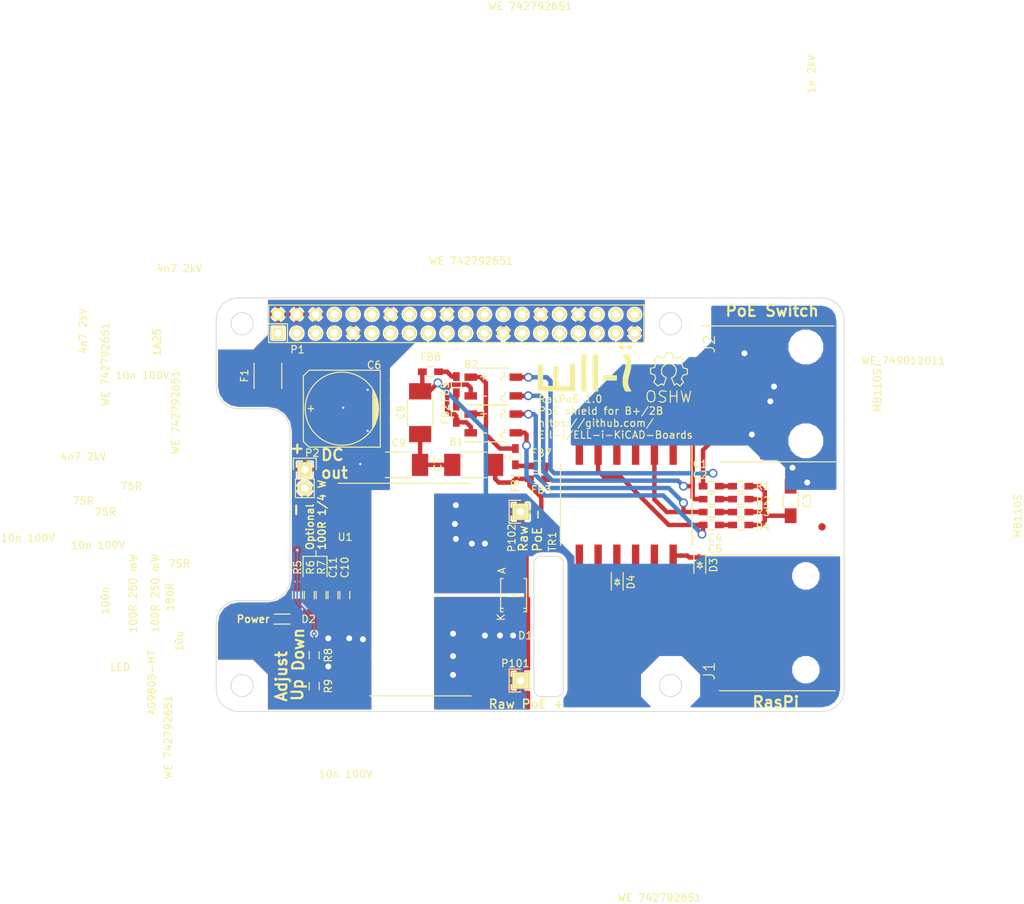
<source format=kicad_pcb>
(kicad_pcb (version 4) (host pcbnew "(2015-07-10 BZR 5924)-product")
  (title_block (title RasPoE) (date 2015-11-11) (rev 14bec14) (company "ELL-i Open Source Co-operative") (comment 1 support@ell-i.org))
  (layers (0 F.Cu signal) (31 B.Cu signal) (34 B.Paste user) (35 F.Paste user) (36 B.SilkS user) (37 F.SilkS user) (38 B.Mask user) (39 F.Mask user) (44 Edge.Cuts user))
  (net 0 "")
  (net 1 GNDD)
  (net 2 /POE_A-)
  (net 3 /VIN)
  (net 4 /POE_A+)
  (net 5 /POE_B-)
  (net 6 "Net-(C1-Pad2)")
  (net 7 /POE_B+)
  (net 8 "Net-(C2-Pad2)")
  (net 9 "Net-(C3-Pad1)")
  (net 10 GNDA)
  (net 11 "Net-(C4-Pad2)")
  (net 12 "Net-(C5-Pad2)")
  (net 13 +5V)
  (net 14 GND)
  (net 15 "Net-(J1-Pad4)")
  (net 16 "Net-(J1-Pad5)")
  (net 17 "Net-(J1-Pad7)")
  (net 18 "Net-(J1-Pad8)")
  (net 19 "Net-(P1-Pad3)")
  (net 20 "Net-(P1-Pad5)")
  (net 21 "Net-(P1-Pad7)")
  (net 22 "Net-(P1-Pad8)")
  (net 23 "Net-(P1-Pad10)")
  (net 24 "Net-(P1-Pad11)")
  (net 25 "Net-(P1-Pad12)")
  (net 26 "Net-(P1-Pad13)")
  (net 27 "Net-(P1-Pad15)")
  (net 28 "Net-(P1-Pad16)")
  (net 29 "Net-(P1-Pad18)")
  (net 30 "Net-(P1-Pad19)")
  (net 31 "Net-(P1-Pad21)")
  (net 32 "Net-(P1-Pad22)")
  (net 33 "Net-(P1-Pad23)")
  (net 34 "Net-(P1-Pad24)")
  (net 35 "Net-(P1-Pad26)")
  (net 36 "Net-(P1-Pad27)")
  (net 37 "Net-(P1-Pad28)")
  (net 38 "Net-(P1-Pad29)")
  (net 39 "Net-(P1-Pad31)")
  (net 40 "Net-(P1-Pad32)")
  (net 41 "Net-(P1-Pad33)")
  (net 42 "Net-(P1-Pad35)")
  (net 43 "Net-(P1-Pad36)")
  (net 44 "Net-(P1-Pad37)")
  (net 45 "Net-(P1-Pad38)")
  (net 46 "Net-(P1-Pad40)")
  (net 47 "Net-(C7-Pad2)")
  (net 48 "Net-(FB1-Pad2)")
  (net 49 "Net-(FB2-Pad2)")
  (net 50 "Net-(FB3-Pad2)")
  (net 51 "Net-(FB5-Pad2)")
  (net 52 "Net-(TR1-Pad11)")
  (net 53 /TD+)
  (net 54 /TD-)
  (net 55 /RD+)
  (net 56 /RD-)
  (net 57 "Net-(J1-Pad9)")
  (net 58 /TX+)
  (net 59 /TX-)
  (net 60 /RX+)
  (net 61 /RX-)
  (net 62 /AG_OUT_+)
  (net 63 /AG_IN_+)
  (net 64 /AG_IN_-)
  (net 65 "Net-(P1-Pad1)")
  (net 66 "Net-(P1-Pad17)")
  (net 67 "Net-(FID1-Pad1)")
  (net 68 "Net-(FID2-Pad1)")
  (net 69 "Net-(FID3-Pad1)")
  (net 70 /ADJ)
  (net 71 "Net-(D2-Pad2)")
  (module Capacitors_SMD:c_elec_10x10 (layer F.Cu) (at 52 47 180)
    (fp_text reference C6 (at -4.38 5.906 180) (layer F.SilkS))
    (fp_text value 470u hide)
    (pad 1 smd rect (at 4.0005 0 180) (size 5.0005 2.4003) (layers F.Cu F.Paste F.Mask) (net 62 /AG_OUT_+))
    (pad 2 smd rect (at -4.0005 0 180) (size 5.0005 2.4003) (layers F.Cu F.Paste F.Mask) (net 14 GND))
  )
  (module Pin_Headers:Pin_Header_Straight_2x20 (layer F.Cu) (at 67.5 35.5)
    (fp_text reference P1 (at -21.5 3.5) (layer F.SilkS))
    (fp_text value CONN_02X20 hide)
    (pad 1 thru_hole rect (at -24.13 1.27) (size 1.7272 1.7272) (drill 1.016) (layers *.Cu *.Mask F.SilkS) (net 65 "Net-(P1-Pad1)"))
    (pad 2 thru_hole oval (at -24.13 -1.27) (size 1.7272 1.7272) (drill 1.016) (layers *.Cu *.Mask F.SilkS) (net 13 +5V))
    (pad 3 thru_hole oval (at -21.59 1.27) (size 1.7272 1.7272) (drill 1.016) (layers *.Cu *.Mask F.SilkS) (net 19 "Net-(P1-Pad3)"))
    (pad 4 thru_hole oval (at -21.59 -1.27) (size 1.7272 1.7272) (drill 1.016) (layers *.Cu *.Mask F.SilkS) (net 13 +5V))
    (pad 5 thru_hole oval (at -19.05 1.27) (size 1.7272 1.7272) (drill 1.016) (layers *.Cu *.Mask F.SilkS) (net 20 "Net-(P1-Pad5)"))
    (pad 6 thru_hole oval (at -19.05 -1.27) (size 1.7272 1.7272) (drill 1.016) (layers *.Cu *.Mask F.SilkS) (net 14 GND))
    (pad 7 thru_hole oval (at -16.51 1.27) (size 1.7272 1.7272) (drill 1.016) (layers *.Cu *.Mask F.SilkS) (net 21 "Net-(P1-Pad7)"))
    (pad 8 thru_hole oval (at -16.51 -1.27) (size 1.7272 1.7272) (drill 1.016) (layers *.Cu *.Mask F.SilkS) (net 22 "Net-(P1-Pad8)"))
    (pad 9 thru_hole oval (at -13.97 1.27) (size 1.7272 1.7272) (drill 1.016) (layers *.Cu *.Mask F.SilkS) (net 14 GND))
    (pad 10 thru_hole oval (at -13.97 -1.27) (size 1.7272 1.7272) (drill 1.016) (layers *.Cu *.Mask F.SilkS) (net 23 "Net-(P1-Pad10)"))
    (pad 11 thru_hole oval (at -11.43 1.27) (size 1.7272 1.7272) (drill 1.016) (layers *.Cu *.Mask F.SilkS) (net 24 "Net-(P1-Pad11)"))
    (pad 12 thru_hole oval (at -11.43 -1.27) (size 1.7272 1.7272) (drill 1.016) (layers *.Cu *.Mask F.SilkS) (net 25 "Net-(P1-Pad12)"))
    (pad 13 thru_hole oval (at -8.89 1.27) (size 1.7272 1.7272) (drill 1.016) (layers *.Cu *.Mask F.SilkS) (net 26 "Net-(P1-Pad13)"))
    (pad 14 thru_hole oval (at -8.89 -1.27) (size 1.7272 1.7272) (drill 1.016) (layers *.Cu *.Mask F.SilkS) (net 14 GND))
    (pad 15 thru_hole oval (at -6.35 1.27) (size 1.7272 1.7272) (drill 1.016) (layers *.Cu *.Mask F.SilkS) (net 27 "Net-(P1-Pad15)"))
    (pad 16 thru_hole oval (at -6.35 -1.27) (size 1.7272 1.7272) (drill 1.016) (layers *.Cu *.Mask F.SilkS) (net 28 "Net-(P1-Pad16)"))
    (pad 17 thru_hole oval (at -3.81 1.27) (size 1.7272 1.7272) (drill 1.016) (layers *.Cu *.Mask F.SilkS) (net 66 "Net-(P1-Pad17)"))
    (pad 18 thru_hole oval (at -3.81 -1.27) (size 1.7272 1.7272) (drill 1.016) (layers *.Cu *.Mask F.SilkS) (net 29 "Net-(P1-Pad18)"))
    (pad 19 thru_hole oval (at -1.27 1.27) (size 1.7272 1.7272) (drill 1.016) (layers *.Cu *.Mask F.SilkS) (net 30 "Net-(P1-Pad19)"))
    (pad 20 thru_hole oval (at -1.27 -1.27) (size 1.7272 1.7272) (drill 1.016) (layers *.Cu *.Mask F.SilkS) (net 14 GND))
    (pad 21 thru_hole oval (at 1.27 1.27) (size 1.7272 1.7272) (drill 1.016) (layers *.Cu *.Mask F.SilkS) (net 31 "Net-(P1-Pad21)"))
    (pad 22 thru_hole oval (at 1.27 -1.27) (size 1.7272 1.7272) (drill 1.016) (layers *.Cu *.Mask F.SilkS) (net 32 "Net-(P1-Pad22)"))
    (pad 23 thru_hole oval (at 3.81 1.27) (size 1.7272 1.7272) (drill 1.016) (layers *.Cu *.Mask F.SilkS) (net 33 "Net-(P1-Pad23)"))
    (pad 24 thru_hole oval (at 3.81 -1.27) (size 1.7272 1.7272) (drill 1.016) (layers *.Cu *.Mask F.SilkS) (net 34 "Net-(P1-Pad24)"))
    (pad 25 thru_hole oval (at 6.35 1.27) (size 1.7272 1.7272) (drill 1.016) (layers *.Cu *.Mask F.SilkS) (net 14 GND))
    (pad 26 thru_hole oval (at 6.35 -1.27) (size 1.7272 1.7272) (drill 1.016) (layers *.Cu *.Mask F.SilkS) (net 35 "Net-(P1-Pad26)"))
    (pad 27 thru_hole oval (at 8.89 1.27) (size 1.7272 1.7272) (drill 1.016) (layers *.Cu *.Mask F.SilkS) (net 36 "Net-(P1-Pad27)"))
    (pad 28 thru_hole oval (at 8.89 -1.27) (size 1.7272 1.7272) (drill 1.016) (layers *.Cu *.Mask F.SilkS) (net 37 "Net-(P1-Pad28)"))
    (pad 29 thru_hole oval (at 11.43 1.27) (size 1.7272 1.7272) (drill 1.016) (layers *.Cu *.Mask F.SilkS) (net 38 "Net-(P1-Pad29)"))
    (pad 30 thru_hole oval (at 11.43 -1.27) (size 1.7272 1.7272) (drill 1.016) (layers *.Cu *.Mask F.SilkS) (net 14 GND))
    (pad 31 thru_hole oval (at 13.97 1.27) (size 1.7272 1.7272) (drill 1.016) (layers *.Cu *.Mask F.SilkS) (net 39 "Net-(P1-Pad31)"))
    (pad 32 thru_hole oval (at 13.97 -1.27) (size 1.7272 1.7272) (drill 1.016) (layers *.Cu *.Mask F.SilkS) (net 40 "Net-(P1-Pad32)"))
    (pad 33 thru_hole oval (at 16.51 1.27) (size 1.7272 1.7272) (drill 1.016) (layers *.Cu *.Mask F.SilkS) (net 41 "Net-(P1-Pad33)"))
    (pad 34 thru_hole oval (at 16.51 -1.27) (size 1.7272 1.7272) (drill 1.016) (layers *.Cu *.Mask F.SilkS) (net 14 GND))
    (pad 35 thru_hole oval (at 19.05 1.27) (size 1.7272 1.7272) (drill 1.016) (layers *.Cu *.Mask F.SilkS) (net 42 "Net-(P1-Pad35)"))
    (pad 36 thru_hole oval (at 19.05 -1.27) (size 1.7272 1.7272) (drill 1.016) (layers *.Cu *.Mask F.SilkS) (net 43 "Net-(P1-Pad36)"))
    (pad 37 thru_hole oval (at 21.59 1.27) (size 1.7272 1.7272) (drill 1.016) (layers *.Cu *.Mask F.SilkS) (net 44 "Net-(P1-Pad37)"))
    (pad 38 thru_hole oval (at 21.59 -1.27) (size 1.7272 1.7272) (drill 1.016) (layers *.Cu *.Mask F.SilkS) (net 45 "Net-(P1-Pad38)"))
    (pad 39 thru_hole oval (at 24.13 1.27) (size 1.7272 1.7272) (drill 1.016) (layers *.Cu *.Mask F.SilkS) (net 14 GND))
    (pad 40 thru_hole oval (at 24.13 -1.27) (size 1.7272 1.7272) (drill 1.016) (layers *.Cu *.Mask F.SilkS) (net 46 "Net-(P1-Pad40)"))
  )
  (module Resistors_SMD:R_0603_HandSoldering (layer F.Cu) (at 106 57.5)
    (fp_text reference R1 (at 3 0) (layer F.SilkS))
    (fp_text value 75R (at -86 3.5) (layer F.SilkS))
    (pad 1 smd rect (at -1.1 0) (size 1.2 0.9) (layers F.Cu F.Paste F.Mask) (net 6 "Net-(C1-Pad2)"))
    (pad 2 smd rect (at 1.1 0) (size 1.2 0.9) (layers F.Cu F.Paste F.Mask) (net 9 "Net-(C3-Pad1)"))
  )
  (module Resistors_SMD:R_0603_HandSoldering (layer F.Cu) (at 106 59.25)
    (fp_text reference R2 (at 3 0.25) (layer F.SilkS))
    (fp_text value 75R (at -76 8.75) (layer F.SilkS))
    (pad 1 smd rect (at -1.1 0) (size 1.2 0.9) (layers F.Cu F.Paste F.Mask) (net 8 "Net-(C2-Pad2)"))
    (pad 2 smd rect (at 1.1 0) (size 1.2 0.9) (layers F.Cu F.Paste F.Mask) (net 9 "Net-(C3-Pad1)"))
  )
  (module Resistors_SMD:R_0603_HandSoldering (layer F.Cu) (at 106 61)
    (fp_text reference R3 (at 3 0) (layer F.SilkS))
    (fp_text value 75R (at -82.5 -3.5) (layer F.SilkS))
    (pad 1 smd rect (at -1.1 0) (size 1.2 0.9) (layers F.Cu F.Paste F.Mask) (net 11 "Net-(C4-Pad2)"))
    (pad 2 smd rect (at 1.1 0) (size 1.2 0.9) (layers F.Cu F.Paste F.Mask) (net 9 "Net-(C3-Pad1)"))
  )
  (module Resistors_SMD:R_0603_HandSoldering (layer F.Cu) (at 106 62.75)
    (fp_text reference R4 (at 3 0.25) (layer F.SilkS))
    (fp_text value 75R (at -89 -3.25) (layer F.SilkS))
    (pad 1 smd rect (at -1.1 0) (size 1.2 0.9) (layers F.Cu F.Paste F.Mask) (net 12 "Net-(C5-Pad2)"))
    (pad 2 smd rect (at 1.1 0) (size 1.2 0.9) (layers F.Cu F.Paste F.Mask) (net 9 "Net-(C3-Pad1)"))
  )
  (module Capacitors_SMD:C_1812_HandSoldering (layer F.Cu) (at 69.85 54.61 180)
    (fp_text reference C7 (at 4.85 0.11 270) (layer F.SilkS))
    (fp_text value "4n7 2kV" (at 39.85 26.61 180) (layer F.SilkS))
    (pad 1 smd rect (at -2.9 0 180) (size 2.2 3) (layers F.Cu F.Paste F.Mask) (net 63 /AG_IN_+))
    (pad 2 smd rect (at 2.9 0 180) (size 2.2 3) (layers F.Cu F.Paste F.Mask) (net 47 "Net-(C7-Pad2)"))
  )
  (module Capacitors_SMD:C_1812_HandSoldering (layer F.Cu) (at 62.6 47.55 270)
    (fp_text reference C8 (at -0.05 2.6 270) (layer F.SilkS))
    (fp_text value "4n7 2kV" (at -11.05 45.6 270) (layer F.SilkS))
    (pad 1 smd rect (at -2.9 0 270) (size 2.2 3) (layers F.Cu F.Paste F.Mask) (net 64 /AG_IN_-))
    (pad 2 smd rect (at 2.9 0 270) (size 2.2 3) (layers F.Cu F.Paste F.Mask) (net 47 "Net-(C7-Pad2)"))
  )
  (module Capacitors_SMD:C_1812_HandSoldering (layer F.Cu) (at 59.69 54.61)
    (fp_text reference C9 (at 0 -3) (layer F.SilkS))
    (fp_text value "4n7 2kV" (at -42.69 -1.11) (layer F.SilkS))
    (pad 1 smd rect (at -2.9 0) (size 2.2 3) (layers F.Cu F.Paste F.Mask) (net 14 GND))
    (pad 2 smd rect (at 2.9 0) (size 2.2 3) (layers F.Cu F.Paste F.Mask) (net 47 "Net-(C7-Pad2)"))
  )
  (module Diodes_SMD:Diode-SMA_Handsoldering (layer F.Cu) (at 75.25 72.25 270)
    (fp_text reference D1 (at 5.474 -1.585 360) (layer F.SilkS))
    (fp_text value SMA58 hide)
    (fp_text user A (at -3.29946 1.6002 270) (layer F.SilkS))
    (fp_text user K (at 2.99974 1.69926 270) (layer F.SilkS))
    (pad 2 smd rect (at -2.49936 0 270) (size 3.50012 1.80086) (layers F.Cu F.Paste F.Mask) (net 64 /AG_IN_-))
    (pad 1 smd rect (at 2.49936 0 270) (size 3.50012 1.80086) (layers F.Cu F.Paste F.Mask) (net 63 /AG_IN_+))
  )
  (module Resistors_SMD:R_0603_HandSoldering (layer F.Cu) (at 44.5 75.5 180)
    (fp_text reference D2 (at -3 0 180) (layer F.SilkS))
    (fp_text value LED (at 22.5 -6.5 180) (layer F.SilkS))
    (pad 2 smd rect (at -1.1 0 180) (size 1.2 0.9) (layers F.Cu F.Paste F.Mask) (net 71 "Net-(D2-Pad2)"))
    (pad 1 smd rect (at 1.1 0 180) (size 1.2 0.9) (layers F.Cu F.Paste F.Mask) (net 14 GND))
  )
  (module Resistors_SMD:R_0603_HandSoldering (layer F.Cu) (at 75.5 53.5 270)
    (fp_text reference FB1 (at 3.5 0 270) (layer F.SilkS))
    (fp_text value "WE 742792651" (at 38 47 270) (layer F.SilkS))
    (pad 1 smd rect (at -1.1 0 270) (size 1.2 0.9) (layers F.Cu F.Paste F.Mask) (net 3 /VIN))
    (pad 2 smd rect (at 1.1 0 270) (size 1.2 0.9) (layers F.Cu F.Paste F.Mask) (net 48 "Net-(FB1-Pad2)"))
  )
  (module Resistors_SMD:R_0603_HandSoldering (layer F.Cu) (at 67.5 47.75 90)
    (fp_text reference FB2 (at 0 -1.5 90) (layer F.SilkS))
    (fp_text value "WE 742792651" (at 0.25 -38 90) (layer F.SilkS))
    (pad 1 smd rect (at -1.1 0 90) (size 1.2 0.9) (layers F.Cu F.Paste F.Mask) (net 1 GNDD))
    (pad 2 smd rect (at 1.1 0 90) (size 1.2 0.9) (layers F.Cu F.Paste F.Mask) (net 49 "Net-(FB2-Pad2)"))
  )
  (module Resistors_SMD:R_0603_HandSoldering (layer F.Cu) (at 78.5 54.75)
    (fp_text reference FB3 (at 0.5 3.25) (layer F.SilkS))
    (fp_text value "WE 742792651" (at 16.5 58.5) (layer F.SilkS))
    (pad 1 smd rect (at -1.1 0) (size 1.2 0.9) (layers F.Cu F.Paste F.Mask) (net 48 "Net-(FB1-Pad2)"))
    (pad 2 smd rect (at 1.1 0) (size 1.2 0.9) (layers F.Cu F.Paste F.Mask) (net 50 "Net-(FB3-Pad2)"))
  )
  (module Resistors_SMD:R_0603_HandSoldering (layer F.Cu) (at 67.5 43.75 90)
    (fp_text reference FB5 (at -1 -1.5 90) (layer F.SilkS))
    (fp_text value "WE 742792651" (at 2.75 -47.5 90) (layer F.SilkS))
    (pad 1 smd rect (at -1.1 0 90) (size 1.2 0.9) (layers F.Cu F.Paste F.Mask) (net 49 "Net-(FB2-Pad2)"))
    (pad 2 smd rect (at 1.1 0 90) (size 1.2 0.9) (layers F.Cu F.Paste F.Mask) (net 51 "Net-(FB5-Pad2)"))
  )
  (module Resistors_SMD:R_0603_HandSoldering (layer F.Cu) (at 78.5 56.5 180)
    (fp_text reference FB7 (at -0.5 3.5 180) (layer F.SilkS))
    (fp_text value "WE 742792651" (at 1 64 180) (layer F.SilkS))
    (pad 1 smd rect (at -1.1 0 180) (size 1.2 0.9) (layers F.Cu F.Paste F.Mask) (net 50 "Net-(FB3-Pad2)"))
    (pad 2 smd rect (at 1.1 0 180) (size 1.2 0.9) (layers F.Cu F.Paste F.Mask) (net 63 /AG_IN_+))
  )
  (module Resistors_SMD:R_0603_HandSoldering (layer F.Cu) (at 64 42 180)
    (fp_text reference FB8 (at 0 2 180) (layer F.SilkS))
    (fp_text value "WE 742792651" (at -5.5 15 180) (layer F.SilkS))
    (pad 1 smd rect (at -1.1 0 180) (size 1.2 0.9) (layers F.Cu F.Paste F.Mask) (net 51 "Net-(FB5-Pad2)"))
    (pad 2 smd rect (at 1.1 0 180) (size 1.2 0.9) (layers F.Cu F.Paste F.Mask) (net 64 /AG_IN_-))
  )
  (module Resistors_SMD:R_0603_HandSoldering (layer F.Cu) (at 46 72.25 270)
    (fp_text reference R5 (at -3.75 0 270) (layer F.SilkS))
    (fp_text value 180R (at 0.25 17.25 270) (layer F.SilkS))
    (pad 1 smd rect (at -1.1 0 270) (size 1.2 0.9) (layers F.Cu F.Paste F.Mask) (net 62 /AG_OUT_+))
    (pad 2 smd rect (at 1.1 0 270) (size 1.2 0.9) (layers F.Cu F.Paste F.Mask) (net 71 "Net-(D2-Pad2)"))
  )
  (module Resistors_SMD:R_0603_HandSoldering (layer F.Cu) (at 47.6 72.25 270)
    (fp_text reference R6 (at -3.75 -0.15 270) (layer F.SilkS))
    (fp_text value "100R 250 mW" (at -0.25 20.85 270) (layer F.SilkS))
    (pad 1 smd rect (at -1.1 0 270) (size 1.2 0.9) (layers F.Cu F.Paste F.Mask) (net 62 /AG_OUT_+))
    (pad 2 smd rect (at 1.1 0 270) (size 1.2 0.9) (layers F.Cu F.Paste F.Mask) (net 14 GND))
  )
  (module Resistors_SMD:R_0603_HandSoldering (layer F.Cu) (at 49.2 72.25 270)
    (fp_text reference R7 (at -3.75 -0.05 270) (layer F.SilkS))
    (fp_text value "100R 250 mW" (at -0.25 25.45 270) (layer F.SilkS))
    (pad 1 smd rect (at -1.1 0 270) (size 1.2 0.9) (layers F.Cu F.Paste F.Mask) (net 62 /AG_OUT_+))
    (pad 2 smd rect (at 1.1 0 270) (size 1.2 0.9) (layers F.Cu F.Paste F.Mask) (net 14 GND))
  )
  (module project_specific:WE_749012011 (layer F.Cu) (at 90.5 60 270)
    (fp_text reference TR1 (at 5 10 270) (layer F.SilkS))
    (fp_text value WE_749012011 (at -19.5 -37.5 360) (layer F.SilkS))
    (pad 1 smd rect (at -6.9 -6.35 270) (size 3 1) (layers F.Cu F.Paste F.Mask) (net 61 /RX-))
    (pad 2 smd rect (at -6.9 -3.81 270) (size 3 1) (layers F.Cu F.Paste F.Mask) (net 4 /POE_A+))
    (pad 3 smd rect (at -6.9 -1.27 270) (size 3 1) (layers F.Cu F.Paste F.Mask) (net 60 /RX+))
    (pad 4 smd rect (at -6.9 1.27 270) (size 3 1) (layers F.Cu F.Paste F.Mask) (net 59 /TX-))
    (pad 5 smd rect (at -6.9 3.81 270) (size 3 1) (layers F.Cu F.Paste F.Mask) (net 2 /POE_A-))
    (pad 6 smd rect (at -6.9 6.35 270) (size 3 1) (layers F.Cu F.Paste F.Mask) (net 58 /TX+))
    (pad 7 smd rect (at 6.9 6.35 270) (size 3 1) (layers F.Cu F.Paste F.Mask) (net 53 /TD+))
    (pad 8 smd rect (at 6.9 3.81 270) (size 3 1) (layers F.Cu F.Paste F.Mask))
    (pad 9 smd rect (at 6.9 1.27 270) (size 3 1) (layers F.Cu F.Paste F.Mask) (net 54 /TD-))
    (pad 10 smd rect (at 6.9 -1.27 270) (size 3 1) (layers F.Cu F.Paste F.Mask) (net 55 /RD+))
    (pad 11 smd rect (at 6.9 -3.81 270) (size 3 1) (layers F.Cu F.Paste F.Mask) (net 52 "Net-(TR1-Pad11)"))
    (pad 12 smd rect (at 6.9 -6.35 270) (size 3 1) (layers F.Cu F.Paste F.Mask) (net 56 /RD-))
  )
  (module project_specific:TO-269AA (layer F.Cu) (at 72.5 49 270)
    (fp_text reference B1 (at 2.5 5 360) (layer F.SilkS))
    (fp_text value MB110S (at 12.5 -71 270) (layer F.SilkS))
    (pad 1 smd rect (at 1.27 3.05 270) (size 1 1.7) (layers F.Cu F.Paste F.Mask) (net 1 GNDD))
    (pad 4 smd rect (at -1.27 -3.05 270) (size 1 1.7) (layers F.Cu F.Paste F.Mask) (net 4 /POE_A+))
    (pad 2 smd rect (at 1.27 -3.05 270) (size 1 1.7) (layers F.Cu F.Paste F.Mask) (net 2 /POE_A-))
    (pad 3 smd rect (at -1.27 3.05 270) (size 1 1.7) (layers F.Cu F.Paste F.Mask) (net 3 /VIN))
  )
  (module project_specific:TO-269AA (layer F.Cu) (at 72.5 44 270)
    (fp_text reference B2 (at -3 3 360) (layer F.SilkS))
    (fp_text value MB110S (at 0.5 -52 270) (layer F.SilkS))
    (pad 1 smd rect (at 1.27 3.05 270) (size 1 1.7) (layers F.Cu F.Paste F.Mask) (net 1 GNDD))
    (pad 4 smd rect (at -1.27 -3.05 270) (size 1 1.7) (layers F.Cu F.Paste F.Mask) (net 5 /POE_B-))
    (pad 2 smd rect (at 1.27 -3.05 270) (size 1 1.7) (layers F.Cu F.Paste F.Mask) (net 7 /POE_B+))
    (pad 3 smd rect (at -1.27 3.05 270) (size 1 1.7) (layers F.Cu F.Paste F.Mask) (net 3 /VIN))
  )
  (module Resistors_SMD:R_0603_HandSoldering (layer F.Cu) (at 102 57.5)
    (fp_text reference C1 (at -1.5 -3) (layer F.SilkS))
    (fp_text value "10n 100V" (at -77 -15) (layer F.SilkS))
    (pad 1 smd rect (at -1.1 0) (size 1.2 0.9) (layers F.Cu F.Paste F.Mask) (net 5 /POE_B-))
    (pad 2 smd rect (at 1.1 0) (size 1.2 0.9) (layers F.Cu F.Paste F.Mask) (net 6 "Net-(C1-Pad2)"))
  )
  (module Resistors_SMD:R_0603_HandSoldering (layer F.Cu) (at 102 59.25)
    (fp_text reference C2 (at -1.5 -3.25) (layer F.SilkS))
    (fp_text value "10n 100V" (at -49.5 37.25) (layer F.SilkS))
    (pad 1 smd rect (at -1.1 0) (size 1.2 0.9) (layers F.Cu F.Paste F.Mask) (net 7 /POE_B+))
    (pad 2 smd rect (at 1.1 0) (size 1.2 0.9) (layers F.Cu F.Paste F.Mask) (net 8 "Net-(C2-Pad2)"))
  )
  (module Resistors_SMD:R_0603_HandSoldering (layer F.Cu) (at 102 61)
    (fp_text reference C4 (at 0.5 3.5) (layer F.SilkS))
    (fp_text value "10n 100V" (at -92.5 3.5) (layer F.SilkS))
    (pad 1 smd rect (at -1.1 0) (size 1.2 0.9) (layers F.Cu F.Paste F.Mask) (net 4 /POE_A+))
    (pad 2 smd rect (at 1.1 0) (size 1.2 0.9) (layers F.Cu F.Paste F.Mask) (net 11 "Net-(C4-Pad2)"))
  )
  (module Resistors_SMD:R_0603_HandSoldering (layer F.Cu) (at 102 62.75)
    (fp_text reference C5 (at 0.5 3.25) (layer F.SilkS))
    (fp_text value "10n 100V" (at -83 2.75) (layer F.SilkS))
    (pad 1 smd rect (at -1.1 0) (size 1.2 0.9) (layers F.Cu F.Paste F.Mask) (net 2 /POE_A-))
    (pad 2 smd rect (at 1.1 0) (size 1.2 0.9) (layers F.Cu F.Paste F.Mask) (net 12 "Net-(C5-Pad2)"))
  )
  (module Resistors_SMD:R_0603_HandSoldering (layer F.Cu) (at 52.4 72.25 270)
    (fp_text reference C10 (at -3.75 0 270) (layer F.SilkS))
    (fp_text value 100n (at 0.75 32.4 270) (layer F.SilkS))
    (pad 1 smd rect (at -1.1 0 270) (size 1.2 0.9) (layers F.Cu F.Paste F.Mask) (net 62 /AG_OUT_+))
    (pad 2 smd rect (at 1.1 0 270) (size 1.2 0.9) (layers F.Cu F.Paste F.Mask) (net 14 GND))
  )
  (module Resistors_SMD:R_0603_HandSoldering (layer F.Cu) (at 50.8 72.25 270)
    (fp_text reference C11 (at -3.75 0 270) (layer F.SilkS))
    (fp_text value 10u (at 6.25 20.8 270) (layer F.SilkS))
    (pad 1 smd rect (at -1.1 0 270) (size 1.2 0.9) (layers F.Cu F.Paste F.Mask) (net 62 /AG_OUT_+))
    (pad 2 smd rect (at 1.1 0 270) (size 1.2 0.9) (layers F.Cu F.Paste F.Mask) (net 14 GND))
  )
  (module project_specific:AG9800 (layer F.Cu) (at 62.5 71.5 270)
    (fp_text reference U1 (at -7.111 10.049 360) (layer F.SilkS))
    (fp_text value AG9805-MT (at 12.61 36.23 270) (layer F.SilkS))
    (pad 8 smd rect (at -11.43 -9 270) (size 1.25 4) (layers F.Cu F.Paste F.Mask) (net 64 /AG_IN_-))
    (pad 7 smd rect (at -8.89 -9 270) (size 1.25 4) (layers F.Cu F.Paste F.Mask) (net 64 /AG_IN_-))
    (pad 5 smd rect (at 11.43 -9 270) (size 1.25 4) (layers F.Cu F.Paste F.Mask) (net 63 /AG_IN_+))
    (pad 6 smd rect (at 8.89 -9 270) (size 1.25 4) (layers F.Cu F.Paste F.Mask) (net 63 /AG_IN_+))
    (pad 3 smd rect (at 8.89 9 270) (size 1.25 4) (layers F.Cu F.Paste F.Mask) (net 14 GND))
    (pad 4 smd rect (at 11.43 9 270) (size 1.25 4) (layers F.Cu F.Paste F.Mask) (net 70 /ADJ))
    (pad 2 smd rect (at -8.89 9 270) (size 1.25 4) (layers F.Cu F.Paste F.Mask) (net 62 /AG_OUT_+))
    (pad 1 smd rect (at -11.43 9 270) (size 1.25 4) (layers F.Cu F.Paste F.Mask) (net 62 /AG_OUT_+))
  )
  (module Capacitors_SMD:C_1206_HandSoldering (layer F.Cu) (at 112.75 59.5 90)
    (fp_text reference C3 (at 0 2.25 90) (layer F.SilkS))
    (fp_text value "1n 2kV" (at 57.82 2.84 90) (layer F.SilkS))
    (pad 1 smd rect (at -2 0 90) (size 2 1.6) (layers F.Cu F.Paste F.Mask) (net 9 "Net-(C3-Pad1)"))
    (pad 2 smd rect (at 2 0 90) (size 2 1.6) (layers F.Cu F.Paste F.Mask) (net 10 GNDA))
  )
  (module Pin_Headers:Pin_Header_Straight_1x01 (layer F.Cu) (at 76.2 83.82 90)
    (fp_text reference P101 (at 2.32 -0.7 180) (layer F.SilkS))
    (fp_text value "Wire pad")
    (pad 1 thru_hole rect (at 0 0 90) (size 2.2352 2.2352) (drill 1.016) (layers *.Cu *.Mask F.SilkS) (net 63 /AG_IN_+))
  )
  (module Pin_Headers:Pin_Header_Straight_1x01 (layer F.Cu) (at 76.2 60.96 90)
    (fp_text reference P102 (at -3.54 -1.2 270) (layer F.SilkS))
    (fp_text value "Wire pad")
    (pad 1 thru_hole rect (at 0 0 90) (size 2.2352 2.2352) (drill 1.016) (layers *.Cu *.Mask F.SilkS) (net 64 /AG_IN_-))
  )
  (module logos:ELL-i_large (layer F.Cu) (at 85 41.5)
    (fp_text reference LOGO102 hide)
    (fp_text value ELL-i hide)
  )
  (module project_specific:Fiducial_2mm_dia (layer F.Cu) (at 38.5 78.5)
    (fp_text reference FID1 hide)
    (fp_text value "1, 2 mm")
    (pad 1 smd circle (at 0 0) (size 1 1) (layers F.Cu F.Mask) (net 67 "Net-(FID1-Pad1)") (clearance 1.2))
  )
  (module project_specific:Fiducial_2mm_dia (layer F.Cu) (at 36.83 41.275)
    (fp_text reference FID2 hide)
    (fp_text value "1, 2 mm")
    (pad 1 smd circle (at 0 0) (size 1 1) (layers F.Cu F.Mask) (net 68 "Net-(FID2-Pad1)") (clearance 1.2))
  )
  (module project_specific:Fiducial_2mm_dia (layer F.Cu) (at 117 63)
    (fp_text reference FID3 hide)
    (fp_text value "1, 2 mm")
    (pad 1 smd circle (at 0 0) (size 1 1) (layers F.Cu F.Mask) (net 69 "Net-(FID3-Pad1)"))
  )
  (module project_specific:RJSSE-5380 (layer F.Cu) (at 111 76 90)
    (fp_text reference J1 (at -6.55 -9.273 90) (layer F.SilkS) (effects (font (size 1.5 1.5))))
    (fp_text value RJSSE-5080)
    (pad 9 smd rect (at -5.715 -0.8 90) (size 6.25 3.2) (layers F.Cu F.Paste F.Mask) (net 57 "Net-(J1-Pad9)"))
    (pad 8 smd rect (at -4.445 -9.3 90) (size 0.6 2.6) (layers F.Cu F.Paste F.Mask) (net 18 "Net-(J1-Pad8)"))
    (pad 7 smd rect (at -3.175 -9.3 90) (size 0.6 2.6) (layers F.Cu F.Paste F.Mask) (net 17 "Net-(J1-Pad7)"))
    (pad 6 smd rect (at -1.905 -9.3 90) (size 0.6 2.6) (layers F.Cu F.Paste F.Mask) (net 56 /RD-))
    (pad 5 smd rect (at -0.63 -9.3 90) (size 0.6 2.6) (layers F.Cu F.Paste F.Mask) (net 16 "Net-(J1-Pad5)"))
    (pad 1 smd rect (at 4.45 -9.3 90) (size 0.6 2.6) (layers F.Cu F.Paste F.Mask) (net 53 /TD+))
    (pad 2 smd rect (at 3.175 -9.3 90) (size 0.6 2.6) (layers F.Cu F.Paste F.Mask) (net 54 /TD-))
    (pad 3 smd rect (at 1.905 -9.3 90) (size 0.6 2.6) (layers F.Cu F.Paste F.Mask) (net 55 /RD+))
    (pad 4 smd rect (at 0.635 -9.3 90) (size 0.6 2.6) (layers F.Cu F.Paste F.Mask) (net 15 "Net-(J1-Pad4)"))
    (pad 10 np_thru_hole circle (at 6.35 3.81 90) (size 2.7 2.7) (drill 2.7) (layers *.Cu *.Mask F.SilkS))
    (pad 10 np_thru_hole circle (at -6.35 3.81 90) (size 2.7 2.7) (drill 2.7) (layers *.Cu *.Mask F.SilkS))
    (pad 9 smd rect (at 5.715 -0.8 90) (size 6.25 3.2) (layers F.Cu F.Paste F.Mask) (net 57 "Net-(J1-Pad9)"))
  )
  (module project_specific:RJSSE-5380 (layer F.Cu) (at 111 45 90)
    (fp_text reference J2 (at 6.75 -9.25 90) (layer F.SilkS) (effects (font (size 1.5 1.5))))
    (fp_text value RJSSE-5380)
    (pad 9 smd rect (at -5.715 -0.8 90) (size 6.25 3.2) (layers F.Cu F.Paste F.Mask) (net 10 GNDA))
    (pad 8 smd rect (at -4.445 -9.3 90) (size 0.6 2.6) (layers F.Cu F.Paste F.Mask) (net 7 /POE_B+))
    (pad 7 smd rect (at -3.175 -9.3 90) (size 0.6 2.6) (layers F.Cu F.Paste F.Mask) (net 7 /POE_B+))
    (pad 6 smd rect (at -1.905 -9.3 90) (size 0.6 2.6) (layers F.Cu F.Paste F.Mask) (net 61 /RX-))
    (pad 5 smd rect (at -0.63 -9.3 90) (size 0.6 2.6) (layers F.Cu F.Paste F.Mask) (net 5 /POE_B-))
    (pad 1 smd rect (at 4.45 -9.3 90) (size 0.6 2.6) (layers F.Cu F.Paste F.Mask) (net 58 /TX+))
    (pad 2 smd rect (at 3.175 -9.3 90) (size 0.6 2.6) (layers F.Cu F.Paste F.Mask) (net 59 /TX-))
    (pad 3 smd rect (at 1.905 -9.3 90) (size 0.6 2.6) (layers F.Cu F.Paste F.Mask) (net 60 /RX+))
    (pad 4 smd rect (at 0.635 -9.3 90) (size 0.6 2.6) (layers F.Cu F.Paste F.Mask) (net 5 /POE_B-))
    (pad "" np_thru_hole circle (at 6.35 3.81 90) (size 2.7 2.7) (drill 2.7) (layers *.Cu *.Mask F.SilkS))
    (pad 10 np_thru_hole circle (at -6.35 3.81 90) (size 2.7 2.7) (drill 2.7) (layers *.Cu *.Mask F.SilkS))
    (pad 9 smd rect (at 5.715 -0.8 90) (size 6.25 3.2) (layers F.Cu F.Paste F.Mask) (net 10 GNDA))
  )
  (module Diodes_SMD:SOD-323 (layer F.Cu) (at 100.457 68.199 270)
    (fp_text reference D3 (at 0 -1.85 270) (layer F.SilkS))
    (fp_text value TVS)
    (pad 1 smd rect (at -1.055 0 270) (size 0.9 0.55) (layers F.Cu F.Paste F.Mask) (net 56 /RD-))
    (pad 2 smd rect (at 1.055 0 270) (size 0.9 0.55) (layers F.Cu F.Paste F.Mask) (net 55 /RD+))
  )
  (module Diodes_SMD:SOD-323 (layer F.Cu) (at 89.281 70.485 270)
    (fp_text reference D4 (at 0 -1.85 270) (layer F.SilkS))
    (fp_text value TVS)
    (pad 1 smd rect (at -1.055 0 270) (size 0.9 0.55) (layers F.Cu F.Paste F.Mask) (net 54 /TD-))
    (pad 2 smd rect (at 1.055 0 270) (size 0.9 0.55) (layers F.Cu F.Paste F.Mask) (net 53 /TD+))
  )
  (module Symbols:Symbol_OSHW-Logo_SilkScreen (layer F.Cu) (at 96.266 41.91)
    (fp_text reference LOGO101 hide)
    (fp_text value OPEN_HARDWARE_1)
  )
  (module Pin_Headers:Pin_Header_Straight_1x02 (layer F.Cu) (at 46.99 55.245)
    (fp_text reference P2 (at 1.01 -2.245) (layer F.SilkS))
    (fp_text value "Screw terminal 2.54mm")
    (pad 1 thru_hole rect (at 0 0) (size 2.032 2.032) (drill 1.016) (layers *.Cu *.Mask F.SilkS) (net 62 /AG_OUT_+))
    (pad 2 thru_hole oval (at 0 2.54) (size 2.032 2.032) (drill 1.016) (layers *.Cu *.Mask F.SilkS) (net 14 GND))
  )
  (module Resistors_SMD:R_0603_HandSoldering (layer F.Cu) (at 48.26 80.391 270)
    (fp_text reference R8 (at 0 -1.9 270) (layer F.SilkS))
    (fp_text value R)
    (pad 1 smd rect (at -1.1 0 270) (size 1.2 0.9) (layers F.Cu F.Paste F.Mask) (net 62 /AG_OUT_+))
    (pad 2 smd rect (at 1.1 0 270) (size 1.2 0.9) (layers F.Cu F.Paste F.Mask) (net 70 /ADJ))
  )
  (module Resistors_SMD:R_0603_HandSoldering (layer F.Cu) (at 48.26 84.582 270)
    (fp_text reference R9 (at 0 -1.9 270) (layer F.SilkS))
    (fp_text value R)
    (pad 1 smd rect (at -1.1 0 270) (size 1.2 0.9) (layers F.Cu F.Paste F.Mask) (net 70 /ADJ))
    (pad 2 smd rect (at 1.1 0 270) (size 1.2 0.9) (layers F.Cu F.Paste F.Mask) (net 14 GND))
  )
  (module Resistors_SMD:R_1812 (layer F.Cu) (at 42 42.545 90)
    (fp_text reference F1 (at 0 -3.175 90) (layer F.SilkS))
    (fp_text value "PTC 1A25")
    (pad 1 smd rect (at -2.4384 0 90) (size 1.6 3.5) (layers F.Cu F.Paste F.Mask) (net 62 /AG_OUT_+))
    (pad 2 smd rect (at 2.4384 0 90) (size 1.6 3.5) (layers F.Cu F.Paste F.Mask) (net 13 +5V))
  )
  (gr_text Down (at 46.101 79.629 90) (layer F.SilkS) (effects (font (size 1.5 1.5) (thickness 0.3))))
  (gr_text Up (at 45.974 85.09 90) (layer F.SilkS) (effects (font (size 1.5 1.5) (thickness 0.3))))
  (gr_text "Adjust " (at 43.815 82.677 90) (layer F.SilkS) (effects (font (size 1.5 1.5) (thickness 0.3))))
  (gr_text "DC \nout" (at 49.022 54.483) (layer F.SilkS) (effects (font (size 1.5 1.5) (thickness 0.3)) (justify left)))
  (gr_text - (at 45.72 60.706 90) (layer F.SilkS) (effects (font (size 1.5 1.5) (thickness 0.3)) (justify mirror)))
  (gr_text + (at 45.974 52.324) (layer F.SilkS) (effects (font (size 1.5 1.5) (thickness 0.3)) (justify mirror)))
  (gr_text "RasPoE 1.0 \nPoE shield for B+/2B\n" (at 78.5 46.5) (layer F.SilkS) (effects (font (size 1 1)) (justify left)))
  (gr_text 1A25 (at 27 38 90) (layer F.SilkS) (effects (font (size 1 1) (thickness 0.2))))
  (gr_line (start 48.5 67) (end 48.5 66.25) (angle 90) (layer F.SilkS) (width 0.15))
  (gr_line (start 46.75 69.75) (end 46.75 67) (angle 90) (layer F.SilkS) (width 0.15))
  (gr_line (start 50 67) (end 46.75 67) (angle 90) (layer F.SilkS) (width 0.15))
  (gr_line (start 50 69.75) (end 50 67) (angle 90) (layer F.SilkS) (width 0.15))
  (gr_text "Optional\n100R 1/4 W" (at 48.5 66.25 90) (layer F.SilkS) (effects (font (size 1 1) (thickness 0.2)) (justify left)))
  (gr_text "Raw \nPoE -" (at 77.5 66.5 90) (layer F.SilkS) (effects (font (size 1.2 1.2) (thickness 0.2)) (justify left)))
  (gr_line (start 81 67) (end 79 67) (angle 90) (layer Edge.Cuts) (width 0.1))
  (gr_arc (start 81 68) (end 81 67) (angle 90) (layer Edge.Cuts) (width 0.1))
  (gr_arc (start 79 68) (end 78 68) (angle 90) (layer Edge.Cuts) (width 0.1))
  (gr_line (start 78 85) (end 78 68) (angle 90) (layer Edge.Cuts) (width 0.1))
  (gr_line (start 82 85) (end 82 68) (angle 90) (layer Edge.Cuts) (width 0.1))
  (gr_arc (start 79 85) (end 79 86) (angle 90) (layer Edge.Cuts) (width 0.1))
  (gr_arc (start 81 85) (end 82 85) (angle 90) (layer Edge.Cuts) (width 0.1))
  (gr_line (start 80 86) (end 79 86) (angle 90) (layer Edge.Cuts) (width 0.1))
  (gr_line (start 80 86) (end 81 86) (angle 90) (layer Edge.Cuts) (width 0.1))
  (gr_line (start 88 88) (end 72 88) (angle 90) (layer Edge.Cuts) (width 0.1))
  (gr_text "Raw PoE +" (at 77 87) (layer F.SilkS) (effects (font (size 1.2 1.2) (thickness 0.2))))
  (gr_line (start 44.5 76.175) (end 42.8 76.175) (angle 90) (layer F.SilkS) (width 0.15))
  (gr_line (start 44.2 74.825) (end 42.875 74.825) (angle 90) (layer F.SilkS) (width 0.15))
  (gr_text RasPi (at 110.75 86.75) (layer F.SilkS) (effects (font (size 1.5 1.5) (thickness 0.3))))
  (gr_text "PoE Switch\n" (at 110.25 33.75) (layer F.SilkS) (effects (font (size 1.5 1.5) (thickness 0.3))))
  (gr_text "https://github.com/\nEll-i/ELL-i-KiCAD-Boards" (at 78.5 49.75) (layer F.SilkS) (effects (font (size 1 1)) (justify left)))
  (gr_text Power (at 40 75.5) (layer F.SilkS) (effects (font (size 1 1) (thickness 0.2))))
  (gr_line (start 38 88) (end 72 88) (angle 90) (layer Edge.Cuts) (width 0.1))
  (gr_line (start 117 88) (end 88 88) (angle 90) (layer Edge.Cuts) (width 0.1))
  (gr_line (start 45 70) (end 45 50) (angle 90) (layer Edge.Cuts) (width 0.1))
  (gr_arc (start 42 70) (end 45 70) (angle 90) (layer Edge.Cuts) (width 0.1))
  (gr_arc (start 42 50) (end 42 47) (angle 90) (layer Edge.Cuts) (width 0.1))
  (gr_arc (start 38 44) (end 38 47) (angle 90) (layer Edge.Cuts) (width 0.1))
  (gr_arc (start 38 76) (end 35 76) (angle 90) (layer Edge.Cuts) (width 0.1))
  (gr_line (start 38 73) (end 42 73) (angle 90) (layer Edge.Cuts) (width 0.1))
  (gr_line (start 38 47) (end 42 47) (angle 90) (layer Edge.Cuts) (width 0.1))
  (gr_line (start 35 44) (end 35 35) (angle 90) (layer Edge.Cuts) (width 0.1))
  (gr_line (start 35 85) (end 35 76) (angle 90) (layer Edge.Cuts) (width 0.1))
  (gr_circle (center 96.5 84.5) (end 98 84.5) (layer Edge.Cuts) (width 0.1))
  (gr_circle (center 96.5 35.5) (end 96.5 34) (layer Edge.Cuts) (width 0.1))
  (gr_circle (center 38.5 35.5) (end 38.5 34) (layer Edge.Cuts) (width 0.1))
  (gr_circle (center 38.5 84.5) (end 37 84.5) (layer Edge.Cuts) (width 0.1))
  (gr_line (start 38 32) (end 117 32) (angle 90) (layer Edge.Cuts) (width 0.1))
  (gr_arc (start 117 85) (end 120 85) (angle 90) (layer Edge.Cuts) (width 0.1))
  (gr_arc (start 117 35) (end 117 32) (angle 90) (layer Edge.Cuts) (width 0.1))
  (gr_line (start 120 35) (end 120 85) (angle 90) (layer Edge.Cuts) (width 0.1))
  (gr_arc (start 38 85) (end 38 88) (angle 90) (layer Edge.Cuts) (width 0.1))
  (gr_arc (start 38 35) (end 35 35) (angle 90) (layer Edge.Cuts) (width 0.1))
  (segment (start 69.45 50.27) (end 69.45 49.45) (width 0.6) (layer F.Cu) (net 1))
  (segment (start 68.85 48.85) (end 67.5 48.85) (width 0.6) (layer F.Cu) (net 1))
  (segment (start 69.45 49.45) (end 68.85 48.85) (width 0.6) (layer F.Cu) (net 1))
  (segment (start 69.45 45.27) (end 69.45 44.2) (width 0.6) (layer F.Cu) (net 1))
  (segment (start 67.5 48) (end 67.5 48.85) (width 0.6) (layer F.Cu) (net 1))
  (segment (start 67.25 47.75) (end 67.5 48) (width 0.6) (layer F.Cu) (net 1))
  (segment (start 66.75 47.75) (end 67.25 47.75) (width 0.6) (layer F.Cu) (net 1))
  (segment (start 66.25 47.25) (end 66.75 47.75) (width 0.6) (layer F.Cu) (net 1))
  (segment (start 66.25 44.25) (end 66.25 47.25) (width 0.6) (layer F.Cu) (net 1))
  (segment (start 66.75 43.75) (end 66.25 44.25) (width 0.6) (layer F.Cu) (net 1))
  (segment (start 69 43.75) (end 66.75 43.75) (width 0.6) (layer F.Cu) (net 1))
  (segment (start 69.45 44.2) (end 69 43.75) (width 0.6) (layer F.Cu) (net 1))
  (segment (start 86.69 55.44) (end 86.69 53.1) (width 0.6) (layer F.Cu) (net 2))
  (segment (start 87.5 56.25) (end 86.69 55.44) (width 0.6) (layer F.Cu) (net 2))
  (segment (start 89.75 56.25) (end 87.5 56.25) (width 0.6) (layer F.Cu) (net 2))
  (segment (start 96.25 62.75) (end 89.75 56.25) (width 0.6) (layer F.Cu) (net 2))
  (segment (start 77.25 56.5) (end 77 56.25) (width 0.6) (layer B.Cu) (net 2))
  (segment (start 100.9 62.75) (end 100.9 63.85) (width 0.6) (layer F.Cu) (net 2))
  (segment (start 100.9 63.85) (end 100.75 64) (width 0.6) (layer F.Cu) (net 2))
  (via (at 100.75 64) (size 1.2) (drill 0.8) (layers F.Cu B.Cu) (net 2))
  (segment (start 100.75 64) (end 95.5 58.75) (width 0.6) (layer B.Cu) (net 2))
  (segment (start 95.5 58.75) (end 79.5 58.75) (width 0.6) (layer B.Cu) (net 2))
  (segment (start 79.5 58.75) (end 77.25 56.5) (width 0.6) (layer B.Cu) (net 2))
  (segment (start 100.9 62.75) (end 96.25 62.75) (width 0.6) (layer F.Cu) (net 2))
  (segment (start 76.75 50.25) (end 75.57 50.25) (width 0.6) (layer F.Cu) (net 2))
  (segment (start 77 50.5) (end 76.75 50.25) (width 0.6) (layer F.Cu) (net 2))
  (segment (start 77 50.75) (end 77 50.5) (width 0.6) (layer F.Cu) (net 2))
  (segment (start 77 52) (end 77 50.75) (width 0.6) (layer F.Cu) (net 2))
  (via (at 77 52) (size 1.2) (drill 0.8) (layers F.Cu B.Cu) (net 2))
  (segment (start 77 56.25) (end 77 52) (width 0.6) (layer B.Cu) (net 2))
  (segment (start 75.57 50.25) (end 75.55 50.27) (width 0.6) (layer F.Cu) (net 2))
  (segment (start 69.45 47.73) (end 71.5 47.73) (width 0.6) (layer F.Cu) (net 3))
  (segment (start 71.5 47.73) (end 71.5 47.75) (width 0.6) (layer F.Cu) (net 3))
  (segment (start 69.45 42.73) (end 70.73 42.73) (width 0.6) (layer F.Cu) (net 3))
  (segment (start 73.4 52.4) (end 75.5 52.4) (width 0.6) (layer F.Cu) (net 3))
  (segment (start 71.5 50.5) (end 73.4 52.4) (width 0.6) (layer F.Cu) (net 3))
  (segment (start 71.5 43.5) (end 71.5 47.75) (width 0.6) (layer F.Cu) (net 3))
  (segment (start 71.5 47.75) (end 71.5 50.5) (width 0.6) (layer F.Cu) (net 3))
  (segment (start 70.73 42.73) (end 71.5 43.5) (width 0.6) (layer F.Cu) (net 3))
  (segment (start 78 47.75) (end 77.25 47.75) (width 0.6) (layer B.Cu) (net 4))
  (segment (start 78.25 48) (end 78 47.75) (width 0.6) (layer B.Cu) (net 4))
  (segment (start 77.23 47.73) (end 75.55 47.73) (width 0.6) (layer F.Cu) (net 4))
  (segment (start 77.25 47.75) (end 77.23 47.73) (width 0.6) (layer F.Cu) (net 4))
  (via (at 77.25 47.75) (size 1.2) (drill 0.8) (layers F.Cu B.Cu) (net 4))
  (segment (start 75.57 47.75) (end 75.55 47.73) (width 0.6) (layer F.Cu) (net 4))
  (segment (start 78.25 56) (end 78.25 48) (width 0.6) (layer B.Cu) (net 4))
  (segment (start 80 57.75) (end 78.25 56) (width 0.6) (layer B.Cu) (net 4))
  (segment (start 96.25 57.75) (end 80 57.75) (width 0.6) (layer B.Cu) (net 4))
  (via (at 98.25 59.75) (size 1.2) (drill 0.8) (layers F.Cu B.Cu) (net 4))
  (segment (start 98.25 59.75) (end 96.25 57.75) (width 0.6) (layer B.Cu) (net 4))
  (segment (start 98.25 61) (end 98.25 59.75) (width 0.6) (layer F.Cu) (net 4))
  (segment (start 100.9 61) (end 98.25 61) (width 0.6) (layer F.Cu) (net 4))
  (segment (start 98.25 61) (end 96 61) (width 0.6) (layer F.Cu) (net 4))
  (segment (start 96 61) (end 94.31 59.31) (width 0.6) (layer F.Cu) (net 4))
  (segment (start 94.31 59.31) (end 94.31 53.1) (width 0.6) (layer F.Cu) (net 4))
  (segment (start 79.5 42.75) (end 77.25 42.75) (width 0.6) (layer B.Cu) (net 5))
  (via (at 102.25 55.75) (size 1.2) (drill 0.8) (layers F.Cu B.Cu) (net 5))
  (segment (start 102.25 55.75) (end 80.75 55.75) (width 0.6) (layer B.Cu) (net 5))
  (segment (start 80.75 55.75) (end 80.25 55.25) (width 0.6) (layer B.Cu) (net 5))
  (segment (start 80.25 55.25) (end 80.25 43.25) (width 0.6) (layer B.Cu) (net 5))
  (segment (start 80.25 43.25) (end 79.75 42.75) (width 0.6) (layer B.Cu) (net 5))
  (segment (start 79.75 42.75) (end 79.5 42.75) (width 0.6) (layer B.Cu) (net 5))
  (segment (start 100.9 55.75) (end 102.25 55.75) (width 0.6) (layer F.Cu) (net 5))
  (segment (start 77.23 42.73) (end 75.55 42.73) (width 0.6) (layer F.Cu) (net 5))
  (segment (start 77.25 42.75) (end 77.23 42.73) (width 0.6) (layer F.Cu) (net 5))
  (via (at 77.25 42.75) (size 1.2) (drill 0.8) (layers F.Cu B.Cu) (net 5))
  (segment (start 101.7 45.63) (end 103.75 45.63) (width 0.6) (layer F.Cu) (net 5))
  (segment (start 103.75 45.63) (end 103.75 45.5) (width 0.6) (layer F.Cu) (net 5))
  (segment (start 101.7 44.365) (end 103.385 44.365) (width 0.6) (layer F.Cu) (net 5))
  (segment (start 103.75 44.73) (end 103.75 45.5) (width 0.6) (layer F.Cu) (net 5))
  (segment (start 103.75 45.5) (end 103.75 50.25) (width 0.6) (layer F.Cu) (net 5))
  (segment (start 103.75 50.25) (end 102.75 51.25) (width 0.6) (layer F.Cu) (net 5))
  (segment (start 102.75 51.25) (end 102.25 51.25) (width 0.6) (layer F.Cu) (net 5))
  (segment (start 102.25 51.25) (end 100.9 52.6) (width 0.6) (layer F.Cu) (net 5))
  (segment (start 100.9 52.6) (end 100.9 55.75) (width 0.6) (layer F.Cu) (net 5))
  (segment (start 100.9 55.75) (end 100.9 57.5) (width 0.6) (layer F.Cu) (net 5))
  (segment (start 103.385 44.365) (end 103.75 44.73) (width 0.6) (layer F.Cu) (net 5))
  (segment (start 103.1 57.5) (end 104.9 57.5) (width 0.6) (layer F.Cu) (net 6))
  (segment (start 78.75 45.25) (end 77.25 45.25) (width 0.6) (layer B.Cu) (net 7))
  (via (at 98.25 57.5) (size 1.2) (drill 0.8) (layers F.Cu B.Cu) (net 7))
  (segment (start 98.25 57.5) (end 97.5 56.75) (width 0.6) (layer B.Cu) (net 7))
  (segment (start 97.5 56.75) (end 80.5 56.75) (width 0.6) (layer B.Cu) (net 7))
  (segment (start 80.5 56.75) (end 79.25 55.5) (width 0.6) (layer B.Cu) (net 7))
  (segment (start 79.25 55.5) (end 79.25 45.75) (width 0.6) (layer B.Cu) (net 7))
  (segment (start 79.25 45.75) (end 78.75 45.25) (width 0.6) (layer B.Cu) (net 7))
  (segment (start 99.5 57.5) (end 98.25 57.5) (width 0.6) (layer F.Cu) (net 7))
  (segment (start 77.23 45.27) (end 75.55 45.27) (width 0.6) (layer F.Cu) (net 7))
  (segment (start 77.25 45.25) (end 77.23 45.27) (width 0.6) (layer F.Cu) (net 7))
  (via (at 77.25 45.25) (size 1.2) (drill 0.8) (layers F.Cu B.Cu) (net 7))
  (segment (start 101.7 49.445) (end 99.5 49.445) (width 0.6) (layer F.Cu) (net 7))
  (segment (start 99.5 49.445) (end 99.5 49.5) (width 0.6) (layer F.Cu) (net 7))
  (segment (start 101.7 48.175) (end 99.825 48.175) (width 0.6) (layer F.Cu) (net 7))
  (segment (start 99.75 59.25) (end 100.9 59.25) (width 0.6) (layer F.Cu) (net 7))
  (segment (start 99.5 59) (end 99.75 59.25) (width 0.6) (layer F.Cu) (net 7))
  (segment (start 99.5 48.5) (end 99.5 49.5) (width 0.6) (layer F.Cu) (net 7))
  (segment (start 99.5 49.5) (end 99.5 57.5) (width 0.6) (layer F.Cu) (net 7))
  (segment (start 99.5 57.5) (end 99.5 59) (width 0.6) (layer F.Cu) (net 7))
  (segment (start 99.825 48.175) (end 99.5 48.5) (width 0.6) (layer F.Cu) (net 7))
  (segment (start 103.1 59.25) (end 104.9 59.25) (width 0.6) (layer F.Cu) (net 8))
  (segment (start 112.75 61.5) (end 109.25 61.5) (width 0.6) (layer F.Cu) (net 9))
  (segment (start 107.1 61) (end 109.25 61) (width 0.6) (layer F.Cu) (net 9))
  (segment (start 107.1 59.25) (end 109.25 59.25) (width 0.6) (layer F.Cu) (net 9))
  (segment (start 107.1 57.5) (end 108.5 57.5) (width 0.6) (layer F.Cu) (net 9))
  (segment (start 108.75 62.75) (end 107.1 62.75) (width 0.6) (layer F.Cu) (net 9))
  (segment (start 109.25 62.25) (end 108.75 62.75) (width 0.6) (layer F.Cu) (net 9))
  (segment (start 109.25 58.25) (end 109.25 59.25) (width 0.6) (layer F.Cu) (net 9))
  (segment (start 109.25 59.25) (end 109.25 61) (width 0.6) (layer F.Cu) (net 9))
  (segment (start 109.25 61) (end 109.25 61.5) (width 0.6) (layer F.Cu) (net 9))
  (segment (start 109.25 61.5) (end 109.25 62.25) (width 0.6) (layer F.Cu) (net 9))
  (segment (start 108.5 57.5) (end 109.25 58.25) (width 0.6) (layer F.Cu) (net 9))
  (segment (start 110.2 39.285) (end 110.2 43.7) (width 0.6) (layer F.Cu) (net 10))
  (via (at 110.5 44) (size 1.2) (drill 0.8) (layers F.Cu B.Cu) (net 10))
  (segment (start 110.2 43.7) (end 110.5 44) (width 0.6) (layer F.Cu) (net 10))
  (segment (start 110.2 39.285) (end 106.715 39.285) (width 0.6) (layer F.Cu) (net 10))
  (via (at 106.5 39.5) (size 1.2) (drill 0.8) (layers F.Cu B.Cu) (net 10))
  (segment (start 106.715 39.285) (end 106.5 39.5) (width 0.6) (layer F.Cu) (net 10))
  (segment (start 110.2 50.715) (end 110.2 46.2) (width 0.6) (layer F.Cu) (net 10))
  (via (at 110 46) (size 1.2) (drill 0.8) (layers F.Cu B.Cu) (net 10))
  (segment (start 110.2 46.2) (end 110 46) (width 0.6) (layer F.Cu) (net 10))
  (segment (start 110.2 50.715) (end 107.715 50.715) (width 0.6) (layer F.Cu) (net 10))
  (via (at 107.5 50.5) (size 1.2) (drill 0.8) (layers F.Cu B.Cu) (net 10))
  (segment (start 107.715 50.715) (end 107.5 50.5) (width 0.6) (layer F.Cu) (net 10))
  (segment (start 112.75 57.5) (end 112.75 55.75) (width 0.6) (layer F.Cu) (net 10))
  (via (at 113 55) (size 1.2) (drill 0.8) (layers F.Cu B.Cu) (net 10))
  (segment (start 113 55.5) (end 113 55) (width 0.6) (layer F.Cu) (net 10))
  (segment (start 112.75 55.75) (end 113 55.5) (width 0.6) (layer F.Cu) (net 10))
  (segment (start 112.75 57.5) (end 114.5 57.5) (width 0.6) (layer F.Cu) (net 10))
  (via (at 115 57) (size 1.2) (drill 0.8) (layers F.Cu B.Cu) (net 10))
  (segment (start 114.5 57.5) (end 115 57) (width 0.6) (layer F.Cu) (net 10))
  (segment (start 103.1 61) (end 104.9 61) (width 0.6) (layer F.Cu) (net 11))
  (segment (start 103.1 62.75) (end 104.9 62.75) (width 0.6) (layer F.Cu) (net 12))
  (segment (start 53.23 81.28) (end 53.23 78.341) (width 1) (layer F.Cu) (net 14))
  (segment (start 53.23 78.341) (end 53 78.111) (width 0.6) (layer F.Cu) (net 14))
  (segment (start 53.23 78.341) (end 53.23 78.341) (width 0.6) (layer F.Cu) (net 14))
  (segment (start 54.61 54.61) (end 54.5 54.5) (width 0.6) (layer F.Cu) (net 14))
  (via (at 54.5 54.5) (size 0.7) (drill 0.3) (layers F.Cu B.Cu) (net 14))
  (segment (start 56.79 54.61) (end 54.61 54.61) (width 0.6) (layer F.Cu) (net 14))
  (segment (start 55.5005 49.9995) (end 55.5 50) (width 0.6) (layer F.Cu) (net 14))
  (via (at 55.5 50) (size 0.7) (drill 0.3) (layers F.Cu B.Cu) (net 14))
  (segment (start 55.5005 46.8) (end 55.5005 49.9995) (width 0.6) (layer F.Cu) (net 14))
  (segment (start 53.23 79.77) (end 54 79) (width 0.15) (layer F.Cu) (net 14))
  (segment (start 54 79) (end 54.991 78.232) (width 0.15) (layer F.Cu) (net 14))
  (segment (start 53.23 81.28) (end 53.23 79.77) (width 0.15) (layer F.Cu) (net 14))
  (segment (start 52.941 78.341) (end 52.705 78.105) (width 0.254) (layer F.Cu) (net 14))
  (segment (start 53.23 78.341) (end 52.941 78.341) (width 0.254) (layer F.Cu) (net 14))
  (segment (start 55.5005 44.4515) (end 55.499 44.45) (width 0.254) (layer F.Cu) (net 14))
  (via (at 55.499 44.45) (size 0.7) (drill 0.3) (layers F.Cu B.Cu) (net 14))
  (segment (start 55.5005 46.8) (end 55.5005 44.4515) (width 0.254) (layer F.Cu) (net 14))
  (segment (start 52.26 46.8) (end 52.197 46.863) (width 0.254) (layer F.Cu) (net 14))
  (via (at 52.197 46.863) (size 0.7) (drill 0.3) (layers F.Cu B.Cu) (net 14))
  (segment (start 55.5005 46.8) (end 52.26 46.8) (width 0.254) (layer F.Cu) (net 14))
  (segment (start 53.006 78.105) (end 53.086 78.105) (width 0.254) (layer B.Cu) (net 14))
  (segment (start 53 78.111) (end 53.006 78.105) (width 0.254) (layer B.Cu) (net 14))
  (via (at 53 78.111) (size 1.2) (drill 0.8) (layers F.Cu B.Cu) (net 14))
  (segment (start 53.5 78.611) (end 53 78.111) (width 0.254) (layer F.Cu) (net 14))
  (segment (start 53.5 80.39) (end 53.5 78.611) (width 0.254) (layer F.Cu) (net 14))
  (segment (start 53.5 79.596) (end 54.864 78.232) (width 0.254) (layer F.Cu) (net 14))
  (via (at 54.864 78.232) (size 1.2) (drill 0.8) (layers F.Cu B.Cu) (net 14))
  (segment (start 53.5 80.39) (end 53.5 79.596) (width 0.254) (layer F.Cu) (net 14))
  (segment (start 50.672 80.39) (end 50.165 79.883) (width 0.254) (layer F.Cu) (net 14))
  (segment (start 50.165 79.883) (end 50.165 78.105) (width 0.254) (layer F.Cu) (net 14))
  (via (at 50.165 78.105) (size 1.2) (drill 0.8) (layers F.Cu B.Cu) (net 14))
  (segment (start 53.5 80.39) (end 50.672 80.39) (width 0.254) (layer F.Cu) (net 14))
  (segment (start 50.293 80.39) (end 50.165 80.518) (width 0.254) (layer F.Cu) (net 14))
  (segment (start 50.165 80.518) (end 50.165 81.915) (width 0.254) (layer F.Cu) (net 14))
  (via (at 50.165 81.915) (size 1.2) (drill 0.8) (layers F.Cu B.Cu) (net 14))
  (segment (start 53.5 80.39) (end 50.293 80.39) (width 0.254) (layer F.Cu) (net 14))
  (segment (start 62.6 54.6) (end 62.59 54.61) (width 0.6) (layer F.Cu) (net 47))
  (segment (start 62.6 50.45) (end 62.6 54.6) (width 0.6) (layer F.Cu) (net 47))
  (segment (start 62.59 54.61) (end 66.95 54.61) (width 0.6) (layer F.Cu) (net 47))
  (segment (start 77.4 54.75) (end 75.65 54.75) (width 0.6) (layer F.Cu) (net 48))
  (segment (start 75.65 54.75) (end 75.5 54.6) (width 0.6) (layer F.Cu) (net 48))
  (segment (start 67.5 46.65) (end 67.5 44.85) (width 0.6) (layer F.Cu) (net 49))
  (segment (start 79.6 54.75) (end 79.6 56.5) (width 0.6) (layer F.Cu) (net 50))
  (segment (start 67.5 42.65) (end 66.9 42.65) (width 0.6) (layer F.Cu) (net 51))
  (segment (start 66.25 42) (end 65.1 42) (width 0.6) (layer F.Cu) (net 51))
  (segment (start 66.9 42.65) (end 66.25 42) (width 0.6) (layer F.Cu) (net 51))
  (segment (start 86.05 71.55) (end 84.15 69.65) (width 0.6) (layer F.Cu) (net 53))
  (segment (start 88.724 71.55) (end 86.05 71.55) (width 0.6) (layer F.Cu) (net 53))
  (segment (start 101.7 71.55) (end 88.724 71.55) (width 0.6) (layer F.Cu) (net 53))
  (segment (start 88.734 71.54) (end 88.724 71.55) (width 0.6) (layer F.Cu) (net 53))
  (segment (start 89.281 71.54) (end 88.734 71.54) (width 0.6) (layer F.Cu) (net 53))
  (segment (start 84.15 66.9) (end 84.15 69.65) (width 0.6) (layer F.Cu) (net 53))
  (segment (start 103.175 72.825) (end 103.5 72.5) (width 0.6) (layer F.Cu) (net 54))
  (segment (start 103.5 72.5) (end 103.5 71) (width 0.6) (layer F.Cu) (net 54))
  (segment (start 103.5 71) (end 103.250998 70.750998) (width 0.6) (layer F.Cu) (net 54))
  (segment (start 103.250998 70.750998) (end 90.250998 70.750998) (width 0.6) (layer F.Cu) (net 54))
  (segment (start 90.250998 70.750998) (end 89.23 69.73) (width 0.6) (layer F.Cu) (net 54))
  (segment (start 89.23 69.73) (end 89.23 66.9) (width 0.6) (layer F.Cu) (net 54))
  (segment (start 101.7 72.825) (end 103.175 72.825) (width 0.6) (layer F.Cu) (net 54))
  (segment (start 91.77 66.9) (end 91.77 68.77) (width 0.6) (layer F.Cu) (net 55))
  (segment (start 105 73.5) (end 104.405 74.095) (width 0.6) (layer F.Cu) (net 55))
  (segment (start 105 70) (end 105 73.5) (width 0.6) (layer F.Cu) (net 55))
  (segment (start 104 69) (end 105 70) (width 0.6) (layer F.Cu) (net 55))
  (segment (start 92 69) (end 104 69) (width 0.6) (layer F.Cu) (net 55))
  (segment (start 91.77 68.77) (end 92 69) (width 0.6) (layer F.Cu) (net 55))
  (segment (start 91.77 66.9) (end 91.77 67.77) (width 0.6) (layer F.Cu) (net 55))
  (segment (start 100.672 69) (end 100.457 69.254) (width 0.6) (layer F.Cu) (net 55))
  (segment (start 100.457 69.215) (end 100.672 69) (width 0.6) (layer F.Cu) (net 55))
  (segment (start 100.457 69.254) (end 100.457 69.215) (width 0.6) (layer F.Cu) (net 55))
  (segment (start 100.711 69) (end 100.457 69.254) (width 0.6) (layer F.Cu) (net 55))
  (segment (start 104 69) (end 100.711 69) (width 0.6) (layer F.Cu) (net 55))
  (segment (start 105 70) (end 104 69) (width 0.6) (layer F.Cu) (net 55))
  (segment (start 105 73.5) (end 105 70) (width 0.6) (layer F.Cu) (net 55))
  (segment (start 104.405 74.095) (end 105 73.5) (width 0.6) (layer F.Cu) (net 55))
  (segment (start 101.7 74.095) (end 104.405 74.095) (width 0.6) (layer F.Cu) (net 55))
  (segment (start 98.777 66.9) (end 99.021 67.144) (width 0.6) (layer F.Cu) (net 56))
  (segment (start 99.021 67.144) (end 100.457 67.144) (width 0.6) (layer F.Cu) (net 56))
  (segment (start 96.85 66.9) (end 97.9 66.9) (width 0.6) (layer F.Cu) (net 56))
  (segment (start 97.9 66.9) (end 98.777 66.9) (width 0.6) (layer F.Cu) (net 56))
  (segment (start 101.053 67.144) (end 102.109998 68.200998) (width 0.6) (layer F.Cu) (net 56))
  (segment (start 102.109998 68.200998) (end 104.330958 68.200998) (width 0.6) (layer F.Cu) (net 56))
  (segment (start 104.595 77.905) (end 101.7 77.905) (width 0.6) (layer F.Cu) (net 56))
  (segment (start 105.799002 76.700998) (end 104.595 77.905) (width 0.6) (layer F.Cu) (net 56))
  (segment (start 105.799002 69.669042) (end 105.799002 76.700998) (width 0.6) (layer F.Cu) (net 56))
  (segment (start 104.330958 68.200998) (end 105.799002 69.669042) (width 0.6) (layer F.Cu) (net 56))
  (segment (start 100.457 67.144) (end 101.053 67.144) (width 0.6) (layer F.Cu) (net 56))
  (segment (start 110.2 70.285) (end 110.2 81.715) (width 0.6) (layer F.Cu) (net 57))
  (segment (start 88.75 43.75) (end 88.75 49.75) (width 0.6) (layer F.Cu) (net 58))
  (segment (start 88.75 49.75) (end 88 50.5) (width 0.6) (layer F.Cu) (net 58))
  (segment (start 88 50.5) (end 85 50.5) (width 0.6) (layer F.Cu) (net 58))
  (segment (start 85 50.5) (end 84.15 51.35) (width 0.6) (layer F.Cu) (net 58))
  (segment (start 84.15 51.35) (end 84.15 53.1) (width 0.6) (layer F.Cu) (net 58))
  (segment (start 101.7 40.55) (end 99.45 40.55) (width 0.6) (layer F.Cu) (net 58))
  (segment (start 91 41.5) (end 89.75 42.75) (width 0.6) (layer F.Cu) (net 58))
  (segment (start 98.5 41.5) (end 91 41.5) (width 0.6) (layer F.Cu) (net 58))
  (segment (start 99.45 40.55) (end 98.5 41.5) (width 0.6) (layer F.Cu) (net 58))
  (segment (start 89.75 42.75) (end 88.75 43.75) (width 0.6) (layer F.Cu) (net 58))
  (segment (start 89.23 50.52) (end 89.549002 50.200998) (width 0.6) (layer F.Cu) (net 59))
  (segment (start 89.549002 50.200998) (end 89.549002 44.080958) (width 0.6) (layer F.Cu) (net 59))
  (segment (start 89.549002 44.080958) (end 91.330958 42.299002) (width 0.6) (layer F.Cu) (net 59))
  (segment (start 91.330958 42.299002) (end 98.830958 42.299002) (width 0.6) (layer F.Cu) (net 59))
  (segment (start 98.830958 42.299002) (end 99.30496 41.825) (width 0.6) (layer F.Cu) (net 59))
  (segment (start 99.30496 41.825) (end 101.7 41.825) (width 0.6) (layer F.Cu) (net 59))
  (segment (start 89.23 53.1) (end 89.23 50.52) (width 0.6) (layer F.Cu) (net 59))
  (segment (start 99.655 43.095) (end 98 44.75) (width 0.6) (layer F.Cu) (net 60))
  (segment (start 98 44.75) (end 93.5 44.75) (width 0.6) (layer F.Cu) (net 60))
  (segment (start 93.5 44.75) (end 91.77 46.48) (width 0.6) (layer F.Cu) (net 60))
  (segment (start 91.77 46.48) (end 91.77 53.1) (width 0.6) (layer F.Cu) (net 60))
  (segment (start 101.7 43.095) (end 99.655 43.095) (width 0.6) (layer F.Cu) (net 60))
  (segment (start 99.405 46.905) (end 98.049002 45.549002) (width 0.6) (layer F.Cu) (net 61))
  (segment (start 98.049002 45.549002) (end 93.950998 45.549002) (width 0.6) (layer F.Cu) (net 61))
  (segment (start 93.950998 45.549002) (end 92.75 46.75) (width 0.6) (layer F.Cu) (net 61))
  (segment (start 92.75 46.75) (end 92.75 49.25) (width 0.6) (layer F.Cu) (net 61))
  (segment (start 92.75 49.25) (end 94.5 51) (width 0.6) (layer F.Cu) (net 61))
  (segment (start 94.5 51) (end 96.5 51) (width 0.6) (layer F.Cu) (net 61))
  (segment (start 96.5 51) (end 96.85 51.35) (width 0.6) (layer F.Cu) (net 61))
  (segment (start 96.85 51.35) (end 96.85 53.1) (width 0.6) (layer F.Cu) (net 61))
  (segment (start 101.7 46.905) (end 99.405 46.905) (width 0.6) (layer F.Cu) (net 61))
  (segment (start 48.26 77.47) (end 48.26 77.343) (width 0.254) (layer F.Cu) (net 62))
  (segment (start 48.26 79.291) (end 48.26 77.47) (width 0.254) (layer F.Cu) (net 62))
  (segment (start 48.26 75.438) (end 48.26 77.47) (width 0.254) (layer B.Cu) (net 62))
  (segment (start 48.26 75.438) (end 45.974 73.152) (width 0.254) (layer B.Cu) (net 62))
  (segment (start 45.974 66.167) (end 45.974 73.152) (width 0.254) (layer B.Cu) (net 62))
  (via (at 45.974 66.167) (size 0.7) (drill 0.3) (layers F.Cu B.Cu) (net 62))
  (via (at 48.26 77.47) (size 0.7) (drill 0.3) (layers F.Cu B.Cu) (net 62))
  (segment (start 77.4 56.5) (end 77.4 57.4) (width 0.6) (layer F.Cu) (net 63))
  (segment (start 77 65.5) (end 77 74.5) (width 0.6) (layer F.Cu) (net 63))
  (segment (start 79 63.5) (end 77 65.5) (width 0.6) (layer F.Cu) (net 63))
  (segment (start 79 59) (end 79 63.5) (width 0.6) (layer F.Cu) (net 63))
  (segment (start 77.4 57.4) (end 79 59) (width 0.6) (layer F.Cu) (net 63))
  (segment (start 72.75 54.61) (end 72.75 56.5) (width 0.6) (layer F.Cu) (net 63))
  (segment (start 75.5 56.5) (end 77.4 56.5) (width 0.6) (layer F.Cu) (net 63))
  (segment (start 75 57) (end 75.5 56.5) (width 0.6) (layer F.Cu) (net 63))
  (segment (start 73.25 57) (end 75 57) (width 0.6) (layer F.Cu) (net 63))
  (segment (start 72.75 56.5) (end 73.25 57) (width 0.6) (layer F.Cu) (net 63))
  (segment (start 67.184 82.93) (end 67.056 83.058) (width 0.254) (layer F.Cu) (net 63))
  (via (at 67.056 83.058) (size 1.2) (drill 0.8) (layers F.Cu B.Cu) (net 63))
  (segment (start 71.5 82.93) (end 67.184 82.93) (width 0.254) (layer F.Cu) (net 63))
  (segment (start 67.184 80.39) (end 67.056 80.518) (width 0.254) (layer F.Cu) (net 63))
  (via (at 67.056 80.518) (size 1.2) (drill 0.8) (layers F.Cu B.Cu) (net 63))
  (segment (start 71.5 80.39) (end 67.184 80.39) (width 0.254) (layer F.Cu) (net 63))
  (segment (start 71.5 77.85) (end 71.374 77.724) (width 0.254) (layer F.Cu) (net 63))
  (via (at 71.374 77.724) (size 1.2) (drill 0.8) (layers F.Cu B.Cu) (net 63))
  (segment (start 71.5 80.39) (end 71.5 77.85) (width 0.254) (layer F.Cu) (net 63))
  (segment (start 74.296 80.39) (end 75.184 79.502) (width 0.254) (layer F.Cu) (net 63))
  (segment (start 75.184 79.502) (end 75.184 77.724) (width 0.254) (layer F.Cu) (net 63))
  (via (at 75.184 77.724) (size 1.2) (drill 0.8) (layers F.Cu B.Cu) (net 63))
  (segment (start 71.5 80.39) (end 74.296 80.39) (width 0.254) (layer F.Cu) (net 63))
  (segment (start 71.5 79.63) (end 73.406 77.724) (width 0.254) (layer F.Cu) (net 63))
  (via (at 73.406 77.724) (size 1.2) (drill 0.8) (layers F.Cu B.Cu) (net 63))
  (segment (start 71.5 80.39) (end 71.5 79.63) (width 0.254) (layer F.Cu) (net 63))
  (segment (start 71.5 79.247) (end 69.723 77.47) (width 0.254) (layer F.Cu) (net 63))
  (segment (start 69.723 77.47) (end 67.056 77.47) (width 0.254) (layer F.Cu) (net 63))
  (via (at 67.056 77.47) (size 1.2) (drill 0.8) (layers F.Cu B.Cu) (net 63))
  (segment (start 71.5 80.39) (end 71.5 79.247) (width 0.254) (layer F.Cu) (net 63))
  (segment (start 71.5 59.5) (end 71.5 54.5) (width 0.6) (layer B.Cu) (net 64))
  (via (at 65 43.5) (size 1.2) (drill 0.8) (layers F.Cu B.Cu) (net 64))
  (segment (start 65 43.5) (end 71.5 50) (width 0.6) (layer B.Cu) (net 64))
  (segment (start 71.5 50) (end 71.5 54.5) (width 0.6) (layer B.Cu) (net 64))
  (segment (start 65 43.5) (end 63.85 44.65) (width 0.6) (layer F.Cu) (net 64))
  (segment (start 62.6 44.65) (end 63.85 44.65) (width 0.6) (layer F.Cu) (net 64))
  (segment (start 62.9 42) (end 62.9 44.35) (width 0.6) (layer F.Cu) (net 64))
  (segment (start 62.9 44.35) (end 62.6 44.65) (width 0.6) (layer F.Cu) (net 64))
  (segment (start 62.75 44.5) (end 62.6 44.65) (width 0.6) (layer F.Cu) (net 64))
  (segment (start 71.5 65.152) (end 71.374 65.278) (width 0.254) (layer F.Cu) (net 64))
  (via (at 71.374 65.278) (size 1.2) (drill 0.8) (layers F.Cu B.Cu) (net 64))
  (segment (start 71.5 62.61) (end 71.5 65.152) (width 0.254) (layer F.Cu) (net 64))
  (segment (start 67.311 62.61) (end 67.31 62.611) (width 0.254) (layer F.Cu) (net 64))
  (via (at 67.31 62.611) (size 1.2) (drill 0.8) (layers F.Cu B.Cu) (net 64))
  (segment (start 71.5 62.61) (end 67.311 62.61) (width 0.254) (layer F.Cu) (net 64))
  (segment (start 67.438 60.07) (end 67.437 60.071) (width 0.254) (layer F.Cu) (net 64))
  (via (at 67.437 60.071) (size 1.2) (drill 0.8) (layers F.Cu B.Cu) (net 64))
  (segment (start 71.5 60.07) (end 67.438 60.07) (width 0.254) (layer F.Cu) (net 64))
  (segment (start 69.216 62.61) (end 67.437 64.389) (width 0.254) (layer F.Cu) (net 64))
  (segment (start 67.437 64.389) (end 67.437 64.643) (width 0.254) (layer F.Cu) (net 64))
  (via (at 67.437 64.643) (size 1.2) (drill 0.8) (layers F.Cu B.Cu) (net 64))
  (segment (start 71.5 62.61) (end 69.216 62.61) (width 0.254) (layer F.Cu) (net 64))
  (segment (start 71.5 63.374) (end 69.596 65.278) (width 0.254) (layer F.Cu) (net 64))
  (via (at 69.596 65.278) (size 1.2) (drill 0.8) (layers F.Cu B.Cu) (net 64))
  (segment (start 71.5 62.61) (end 71.5 63.374) (width 0.254) (layer F.Cu) (net 64))
  (segment (start 48.26 83.482) (end 48.26 81.491) (width 0.254) (layer F.Cu) (net 70))
  (segment (start 49.573 83.482) (end 48.26 83.482) (width 0.254) (layer F.Cu) (net 70))
  (segment (start 53.5 82.93) (end 50.928 82.93) (width 0.254) (layer F.Cu) (net 70))
  (segment (start 50.928 82.93) (end 50.376 83.482) (width 0.254) (layer F.Cu) (net 70))
  (segment (start 50.376 83.482) (end 49.573 83.482) (width 0.254) (layer F.Cu) (net 70))
  (segment (start 45.65 74.55) (end 45.65 75.3) (width 0.6) (layer F.Cu) (net 71))
  (segment (start 46.25 74.35) (end 46.2 74.4) (width 0.6) (layer F.Cu) (net 71))
  (segment (start 46.2 74.4) (end 45.8 74.4) (width 0.6) (layer F.Cu) (net 71))
  (segment (start 45.8 74.4) (end 45.65 74.55) (width 0.6) (layer F.Cu) (net 71))
  (segment (start 46.25 73.35) (end 46.25 74.35) (width 0.6) (layer F.Cu) (net 71))
  (zone (net 64) (net_name /AG_IN_-) (layer F.Cu) (connect_pads (clearance 0.2)) (min_thickness 0.254) (fill yes (arc_segments 16) (thermal_gap 0.25) (thermal_bridge_width 1))
    (polygon (pts (xy 77 72) (xy 64.5 72) (xy 64.5 58.5) (xy 77 58.5)))
  )
  (zone (net 63) (net_name /AG_IN_+) (layer F.Cu) (connect_pads (clearance 0.2)) (min_thickness 0.254) (fill yes (arc_segments 16) (thermal_gap 0.25) (thermal_bridge_width 1))
    (polygon (pts (xy 77.5 89) (xy 64.5 89) (xy 64.5 72.5) (xy 77.5 72.5)))
  )
  (zone (net 14) (net_name GND) (layer F.Cu) (connect_pads (clearance 0.2)) (min_thickness 0.254) (fill yes (arc_segments 16) (thermal_gap 0.25) (thermal_bridge_width 0.5))
    (polygon (pts (xy 56 89) (xy 34.5 89) (xy 34.5 88) (xy 42 88) (xy 42 83) (xy 40 81) (xy 34.5 81) (xy 34.5 72.5) (xy 56 72.5)))
  )
  (zone (net 63) (net_name /AG_IN_+) (layer B.Cu) (connect_pads (clearance 0.2)) (min_thickness 0.254) (fill yes (arc_segments 16) (thermal_gap 0.508) (thermal_bridge_width 0.508))
    (polygon (pts (xy 77 89) (xy 64.5 89) (xy 64.5 72.5) (xy 77 72.5)))
  )
  (zone (net 13) (net_name +5V) (layer F.Cu) (connect_pads (clearance 0.2)) (min_thickness 0.254) (fill yes (arc_segments 16) (thermal_gap 0.25) (thermal_bridge_width 0.508))
    (polygon (pts (xy 99.5 31.5) (xy 93 31.5) (xy 93 38) (xy 62 38) (xy 58.5 41.5) (xy 58.5 43) (xy 34 43) (xy 34 39) (xy 40 39) (xy 42 37) (xy 42 31)))
  )
  (zone (net 14) (net_name GND) (layer B.Cu) (connect_pads (clearance 0.2)) (min_thickness 0.2) (fill yes (arc_segments 16) (thermal_gap 0.25) (thermal_bridge_width 0.508))
    (polygon (pts (xy 99.5 31.5) (xy 93 31.5) (xy 93 38) (xy 62 38) (xy 58.5 41.5) (xy 58.5 58) (xy 56 58) (xy 56 89) (xy 34.5 89) (xy 34 39) (xy 40 39) (xy 42 37) (xy 42 31)))
    (polygon (pts (xy 34.5 81) (xy 40 81) (xy 42 83) (xy 42 88) (xy 34.5 88)))
  )
  (zone (net 10) (net_name GNDA) (layer B.Cu) (connect_pads (clearance 1)) (min_thickness 0.4) (fill yes (arc_segments 16) (thermal_gap 0.3) (thermal_bridge_width 0.508) (smoothing fillet))
    (polygon (pts (xy 120 58) (xy 112 58) (xy 112 55) (xy 111 54) (xy 109 54) (xy 107 52) (xy 83 52) (xy 83 48) (xy 90 41) (xy 98 41) (xy 99 40) (xy 100 40) (xy 102 38) (xy 102 32) (xy 120 32)))
  )
  (zone (net 64) (net_name /AG_IN_-) (layer B.Cu) (connect_pads (clearance 0.5)) (min_thickness 0.2) (fill yes (arc_segments 16) (thermal_gap 0.3) (thermal_bridge_width 0.508) (smoothing fillet))
    (polygon (pts (xy 120 88) (xy 98.5 88) (xy 100.5 86) (xy 100.5 83) (xy 98 80.5) (xy 95 80.5) (xy 92.5 83) (xy 92.5 86) (xy 94.5 88) (xy 82 88) (xy 82 67.5) (xy 81.5 67) (xy 77 67) (xy 77 72) (xy 64.5 72) (xy 64.5 58.5) (xy 77 58.5) (xy 81.5 63) (xy 81.5 65) (xy 83.5 67) (xy 83.5 68) (xy 99.5 68) (xy 100.5 67) (xy 120 67)))
  )
  (zone (net 62) (net_name /AG_OUT_+) (layer F.Cu) (connect_pads (clearance 0.2)) (min_thickness 0.2) (fill yes (arc_segments 16) (thermal_gap 0.25) (thermal_bridge_width 0.5))
    (polygon (pts (xy 56 72) (xy 34.5 72) (xy 34 43.5) (xy 58.5 43.5) (xy 58.5 58) (xy 56 58)))
  )
)
</source>
